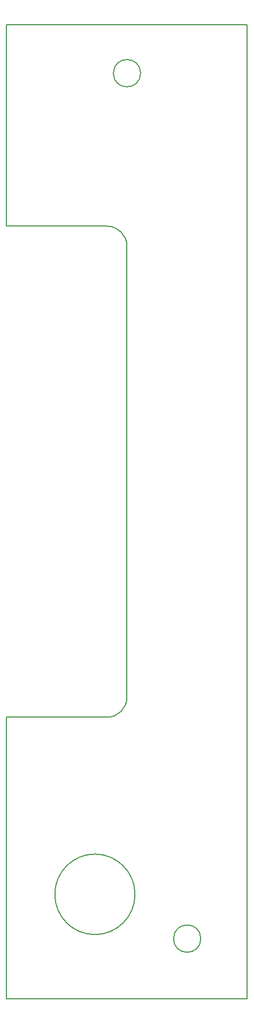
<source format=gbr>
%TF.GenerationSoftware,KiCad,Pcbnew,(6.0.9)*%
%TF.CreationDate,2022-12-18T00:28:21-09:00*%
%TF.ProjectId,PCB_ DEFOG PANEL,5043422c-2044-4454-964f-472050414e45,rev?*%
%TF.SameCoordinates,Original*%
%TF.FileFunction,Profile,NP*%
%FSLAX46Y46*%
G04 Gerber Fmt 4.6, Leading zero omitted, Abs format (unit mm)*
G04 Created by KiCad (PCBNEW (6.0.9)) date 2022-12-18 00:28:21*
%MOMM*%
%LPD*%
G01*
G04 APERTURE LIST*
%TA.AperFunction,Profile*%
%ADD10C,0.200000*%
%TD*%
G04 APERTURE END LIST*
D10*
X151361666Y-174862625D02*
G75*
G03*
X151361666Y-174862625I-2152650J0D01*
G01*
X136509016Y-139937616D02*
G75*
G03*
X139684016Y-136762625I-16J3175016D01*
G01*
X139684016Y-65642626D02*
X139684016Y-136762625D01*
X136509016Y-139937625D02*
X120634016Y-139937625D01*
X158734016Y-30717627D02*
X120634016Y-30717627D01*
X141836666Y-38337625D02*
G75*
G03*
X141836666Y-38337625I-2152650J0D01*
G01*
X120634016Y-62467625D02*
X136509016Y-62467625D01*
X120634016Y-139937625D02*
X120634016Y-184387625D01*
X140954016Y-167877625D02*
G75*
G03*
X140954016Y-167877625I-6350000J0D01*
G01*
X158734016Y-184387625D02*
X158734016Y-30717627D01*
X120634016Y-30717627D02*
X120634016Y-62467628D01*
X139683975Y-65642625D02*
G75*
G03*
X136509016Y-62467625I-3174975J25D01*
G01*
X120634016Y-184387625D02*
X158734016Y-184387625D01*
M02*

</source>
